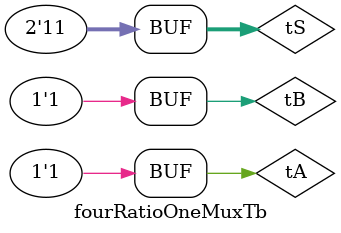
<source format=v>
module fourRatioOneMuxTb;
  reg tA, tB;
  reg[1:0] tS;
  wire tY;
  fourRatioOneMux DUT(.A(tA),.B(tB),.S(tS),.Y(tY));
  
  initial
    begin
      #0 tA=1'b0; tB=1'b0; tS=2'b00; 
      #10 tA=1'b0; tB=1'b1; tS=2'b01;
      #20 tA=1'b1; tB=1'b0; tS=2'b10;
      #30 tA=1'b1; tB=1'b1; tS=2'b11;
    end
  
  initial
    begin
      $monitor("$time input=%b%b selectorLine=%b Output=%b ",tA,tB,tS,tY);
    end
endmodule
  
</source>
